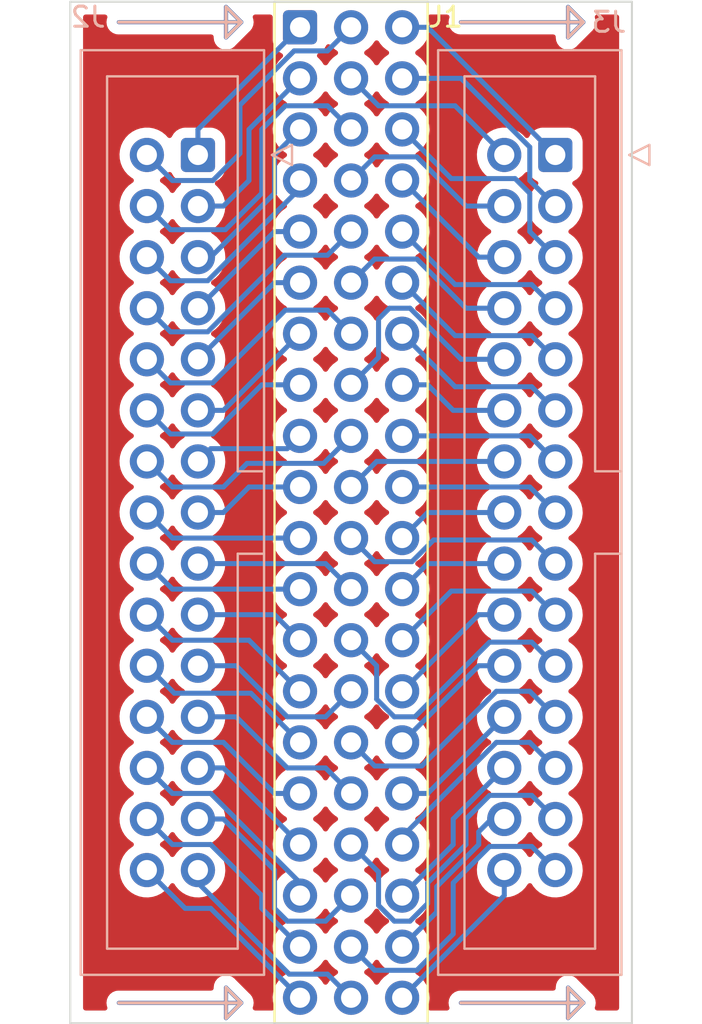
<source format=kicad_pcb>
(kicad_pcb (version 20211014) (generator pcbnew)
  (layers (0 "F.Cu" signal) (31 "B.Cu" signal) (34 "B.Paste" user) (35 "F.Paste" user) (36 "B.SilkS" user "B.Silkscreen") (37 "F.SilkS" user "F.Silkscreen") (38 "B.Mask" user) (39 "F.Mask" user) (44 "Edge.Cuts" user))
  (net 0 "")
  (net 1 "P1")
  (net 2 "P21")
  (net 3 "P22")
  (net 4 "P42")
  (net 5 "P43")
  (net 6 "P4")
  (net 7 "P5")
  (net 8 "P25")
  (net 9 "P26")
  (net 10 "P46")
  (net 11 "P47")
  (net 12 "P8")
  (net 13 "P9")
  (net 14 "P29")
  (net 15 "P30")
  (net 16 "P31")
  (net 17 "P32")
  (net 18 "P12")
  (net 19 "P13")
  (net 20 "P54")
  (net 21 "P55")
  (net 22 "P35")
  (net 23 "P36")
  (net 24 "P16")
  (net 25 "P17")
  (net 26 "P58")
  (net 27 "P59")
  (net 28 "P39")
  (net 29 "P40")
  (net 30 "P20")
  (net 31 "P41")
  (net 32 "P2")
  (net 33 "P3")
  (net 34 "P23")
  (net 35 "P24")
  (net 36 "P44")
  (net 37 "P45")
  (net 38 "P6")
  (net 39 "P7")
  (net 40 "P27")
  (net 41 "P28")
  (net 42 "P48")
  (net 43 "P49")
  (net 44 "P10")
  (net 45 "P50")
  (net 46 "P51")
  (net 47 "P11")
  (net 48 "P52")
  (net 49 "P53")
  (net 50 "P33")
  (net 51 "P34")
  (net 52 "P14")
  (net 53 "P15")
  (net 54 "P56")
  (net 55 "P57")
  (net 56 "P37")
  (net 57 "P38")
  (net 58 "P18")
  (net 59 "P19")
  (net 60 "P60")
  (footprint "Connectors:Conn_3x20_P2.54mm_Vertical" (layer "F.Cu") (at 107.95 52.07)
    (fp_text reference "J1" (at 7.239 -0.508) (layer "F.SilkS"))
    (fp_text value "Conn_03x20")
    (fp_line (start 6.35 -1.27) (end 6.35 49.53) (layer "F.SilkS") (width 0.12))
    (fp_line (start 6.35 49.53) (end -1.27 49.53) (layer "F.SilkS") (width 0.12))
    (fp_line (start -1.27 -1.27) (end 6.35 -1.27) (layer "F.SilkS") (width 0.12))
    (fp_line (start -1.27 49.53) (end -1.27 -1.27) (layer "F.SilkS") (width 0.12))
    (pad "1" thru_hole roundrect locked (at 0 0) (size 1.7 1.7) (drill 1) (layers *.Cu *.Mask) (roundrect_rratio 0.1470588235) (net 1 "P1"))
    (pad "2" thru_hole circle locked (at 0 2.54) (size 1.7 1.7) (drill 1) (layers *.Cu *.Mask) (net 32 "P2"))
    (pad "3" thru_hole circle locked (at 0 5.08) (size 1.7 1.7) (drill 1) (layers *.Cu *.Mask) (net 33 "P3"))
    (pad "4" thru_hole circle locked (at 0 7.62) (size 1.7 1.7) (drill 1) (layers *.Cu *.Mask) (net 6 "P4"))
    (pad "5" thru_hole circle locked (at 0 10.16) (size 1.7 1.7) (drill 1) (layers *.Cu *.Mask) (net 7 "P5"))
    (pad "6" thru_hole circle locked (at 0 12.7) (size 1.7 1.7) (drill 1) (layers *.Cu *.Mask) (net 38 "P6"))
    (pad "7" thru_hole circle locked (at 0 15.24) (size 1.7 1.7) (drill 1) (layers *.Cu *.Mask) (net 39 "P7"))
    (pad "8" thru_hole circle locked (at 0 17.78) (size 1.7 1.7) (drill 1) (layers *.Cu *.Mask) (net 12 "P8"))
    (pad "9" thru_hole circle locked (at 0 20.32) (size 1.7 1.7) (drill 1) (layers *.Cu *.Mask) (net 13 "P9"))
    (pad "10" thru_hole circle locked (at 0 22.86) (size 1.7 1.7) (drill 1) (layers *.Cu *.Mask) (net 44 "P10"))
    (pad "11" thru_hole circle locked (at 0 25.4) (size 1.7 1.7) (drill 1) (layers *.Cu *.Mask) (net 47 "P11"))
    (pad "12" thru_hole circle locked (at 0 27.94) (size 1.7 1.7) (drill 1) (layers *.Cu *.Mask) (net 18 "P12"))
    (pad "13" thru_hole circle locked (at 0 30.48) (size 1.7 1.7) (drill 1) (layers *.Cu *.Mask) (net 19 "P13"))
    (pad "14" thru_hole circle locked (at 0 33.02) (size 1.7 1.7) (drill 1) (layers *.Cu *.Mask) (net 52 "P14"))
    (pad "15" thru_hole circle locked (at 0 35.56) (size 1.7 1.7) (drill 1) (layers *.Cu *.Mask) (net 53 "P15"))
    (pad "16" thru_hole circle locked (at 0 38.1) (size 1.7 1.7) (drill 1) (layers *.Cu *.Mask) (net 24 "P16"))
    (pad "17" thru_hole circle locked (at 0 40.64) (size 1.7 1.7) (drill 1) (layers *.Cu *.Mask) (net 25 "P17"))
    (pad "18" thru_hole circle locked (at 0 43.18) (size 1.7 1.7) (drill 1) (layers *.Cu *.Mask) (net 58 "P18"))
    (pad "19" thru_hole circle locked (at 0 45.72) (size 1.7 1.7) (drill 1) (layers *.Cu *.Mask) (net 59 "P19"))
    (pad "20" thru_hole circle locked (at 0 48.26) (size 1.7 1.7) (drill 1) (layers *.Cu *.Mask) (net 30 "P20"))
    (pad "21" thru_hole circle locked (at 2.54 0) (size 1.7 1.7) (drill 1) (layers *.Cu *.Mask) (net 2 "P21"))
    (pad "22" thru_hole circle locked (at 2.54 2.54) (size 1.7 1.7) (drill 1) (layers *.Cu *.Mask) (net 3 "P22"))
    (pad "23" thru_hole circle locked (at 2.54 5.08) (size 1.7 1.7) (drill 1) (layers *.Cu *.Mask) (net 34 "P23"))
    (pad "24" thru_hole circle locked (at 2.54 7.62) (size 1.7 1.7) (drill 1) (layers *.Cu *.Mask) (net 35 "P24"))
    (pad "25" thru_hole circle locked (at 2.54 10.16) (size 1.7 1.7) (drill 1) (layers *.Cu *.Mask) (net 8 "P25"))
    (pad "26" thru_hole circle locked (at 2.54 12.7) (size 1.7 1.7) (drill 1) (layers *.Cu *.Mask) (net 9 "P26"))
    (pad "27" thru_hole circle locked (at 2.54 15.24) (size 1.7 1.7) (drill 1) (layers *.Cu *.Mask) (net 40 "P27"))
    (pad "28" thru_hole circle locked (at 2.54 17.78) (size 1.7 1.7) (drill 1) (layers *.Cu *.Mask) (net 41 "P28"))
    (pad "29" thru_hole circle locked (at 2.54 20.32) (size 1.7 1.7) (drill 1) (layers *.Cu *.Mask) (net 14 "P29"))
    (pad "30" thru_hole circle locked (at 2.54 22.86) (size 1.7 1.7) (drill 1) (layers *.Cu *.Mask) (net 15 "P30"))
    (pad "31" thru_hole circle locked (at 2.54 25.4) (size 1.7 1.7) (drill 1) (layers *.Cu *.Mask) (net 16 "P31"))
    (pad "32" thru_hole circle locked (at 2.54 27.94) (size 1.7 1.7) (drill 1) (layers *.Cu *.Mask) (net 17 "P32"))
    (pad "33" thru_hole circle locked (at 2.54 30.48) (size 1.7 1.7) (drill 1) (layers *.Cu *.Mask) (net 50 "P33"))
    (pad "34" thru_hole circle locked (at 2.54 33.02) (size 1.7 1.7) (drill 1) (layers *.Cu *.Mask) (net 51 "P34"))
    (pad "35" thru_hole circle locked (at 2.54 35.56) (size 1.7 1.7) (drill 1) (layers *.Cu *.Mask) (net 22 "P35"))
    (pad "36" thru_hole circle locked (at 2.54 38.1) (size 1.7 1.7) (drill 1) (layers *.Cu *.Mask) (net 23 "P36"))
    (pad "37" thru_hole circle locked (at 2.54 40.64) (size 1.7 1.7) (drill 1) (layers *.Cu *.Mask) (net 56 "P37"))
    (pad "38" thru_hole circle locked (at 2.54 43.18) (size 1.7 1.7) (drill 1) (layers *.Cu *.Mask) (net 57 "P38"))
    (pad "39" thru_hole circle locked (at 2.54 45.72) (size 1.7 1.7) (drill 1) (layers *.Cu *.Mask) (net 28 "P39"))
    (pad "40" thru_hole circle locked (at 2.54 48.26) (size 1.7 1.7) (drill 1) (layers *.Cu *.Mask) (net 29 "P40"))
    (pad "41" thru_hole circle locked (at 5.08 0) (size 1.7 1.7) (drill 1) (layers *.Cu *.Mask) (net 31 "P41"))
    (pad "42" thru_hole circle locked (at 5.08 2.54) (size 1.7 1.7) (drill 1) (layers *.Cu *.Mask) (net 4 "P42"))
    (pad "43" thru_hole circle locked (at 5.08 5.08) (size 1.7 1.7) (drill 1) (layers *.Cu *.Mask) (net 5 "P43"))
    (pad "44" thru_hole circle locked (at 5.08 7.62) (size 1.7 1.7) (drill 1) (layers *.Cu *.Mask) (net 36 "P44"))
    (pad "45" thru_hole circle locked (at 5.08 10.16) (size 1.7 1.7) (drill 1) (layers *.Cu *.Mask) (net 37 "P45"))
    (pad "46" thru_hole circle locked (at 5.08 12.7) (size 1.7 1.7) (drill 1) (layers *.Cu *.Mask) (net 10 "P46"))
    (pad "47" thru_hole circle locked (at 5.08 15.24) (size 1.7 1.7) (drill 1) (layers *.Cu *.Mask) (net 11 "P47"))
    (pad "48" thru_hole circle locked (at 5.08 17.78) (size 1.7 1.7) (drill 1) (layers *.Cu *.Mask) (net 42 "P48"))
    (pad "49" thru_hole circle locked (at 5.08 20.32) (size 1.7 1.7) (drill 1) (layers *.Cu *.Mask) (net 43 "P49"))
    (pad "50" thru_hole circle locked (at 5.08 22.86) (size 1.7 1.7) (drill 1) (layers *.Cu *.Mask) (net 45 "P50"))
    (pad "51" thru_hole circle locked (at 5.08 25.4) (size 1.7 1.7) (drill 1) (layers *.Cu *.Mask) (net 46 "P51"))
    (pad "52" thru_hole circle locked (at 5.08 27.94) (size 1.7 1.7) (drill 1) (layers *.Cu *.Mask) (net 48 "P52"))
    (pad "53" thru_hole circle locked (at 5.08 30.48) (size 1.7 1.7) (drill 1) (layers *.Cu *.Mask) (net 49 "P53"))
    (pad "54" thru_hole circle locked (at 5.08 33.02) (size 1.7 1.7) (drill 1) (layers *.Cu *.Mask) (net 20 "P54"))
    (pad "55" thru_hole circle locked (at 5.08 35.56) (size 1.7 1.7) (drill 1) (layers *.Cu *.Mask) (net 21 "P55"))
    (pad "56" thru_hole circle locked (at 5.08 38.1) (size 1.7 1.7) (drill 1) (layers *.Cu *.Mask) (net 54 "P56"))
    (pad "57" thru_hole circle locked (at 5.08 40.64) (size 1.7 1.7) (drill 1) (layers *.Cu *.Mask) (net 55 "P57"))
    (pad "58" thru_hole circle locked (at 5.08 43.18) (size 1.7 1.7) (drill 1) (layers *.Cu *.Mask) (net 26 "P58"))
    (pad "59" thru_hole circle locked (at 5.08 45.72) (size 1.7 1.7) (drill 1) (layers *.Cu *.Mask) (net 27 "P59"))
    (pad "60" thru_hole circle locked (at 5.08 48.26) (size 1.7 1.7) (drill 1) (layers *.Cu *.Mask) (net 60 "P60"))
  )
  (footprint "Connector_IDC:IDC-Header_2x15_P2.54mm_Vertical" (layer "B.Cu") (at 120.65 58.42 180)
    (fp_text reference "J3" (at -2.667 6.604) (layer "B.SilkS") (effects (justify mirror)))
    (fp_text value "Conn_02x15_Odd_Even")
    (fp_line (start 4.52 3.91) (end 4.52 -39.47) (layer "B.SilkS") (width 0.12))
    (fp_line (start -1.98 -19.83) (end -3.29 -19.83) (layer "B.SilkS") (width 0.12))
    (fp_line (start -3.29 5.21) (end 5.83 5.21) (layer "B.SilkS") (width 0.12))
    (fp_line (start 5.83 -40.77) (end -3.29 -40.77) (layer "B.SilkS") (width 0.12))
    (fp_line (start -3.29 -15.73) (end -1.98 -15.73) (layer "B.SilkS") (width 0.12))
    (fp_line (start 4.52 -39.47) (end -1.98 -39.47) (layer "B.SilkS") (width 0.12))
    (fp_line (start -4.68 0.5) (end -4.68 -0.5) (layer "B.SilkS") (width 0.12))
    (fp_line (start -3.68 0) (end -4.68 0.5) (layer "B.SilkS") (width 0.12))
    (fp_line (start -3.29 -40.77) (end -3.29 5.21) (layer "B.SilkS") (width 0.12))
    (fp_line (start -1.98 -39.47) (end -1.98 -19.83) (layer "B.SilkS") (width 0.12))
    (fp_line (start 5.83 5.21) (end 5.83 -40.77) (layer "B.SilkS") (width 0.12))
    (fp_line (start -4.68 -0.5) (end -3.68 0) (layer "B.SilkS") (width 0.12))
    (fp_line (start -1.98 -15.73) (end -1.98 3.91) (layer "B.SilkS") (width 0.12))
    (fp_line (start -1.98 -19.83) (end -1.98 -19.83) (layer "B.SilkS") (width 0.12))
    (fp_line (start -1.98 3.91) (end 4.52 3.91) (layer "B.SilkS") (width 0.12))
    (pad "1" thru_hole roundrect (at 0 0 180) (size 1.7 1.7) (drill 1) (layers *.Cu *.Mask) (roundrect_rratio 0.1470588235) (net 31 "P41"))
    (pad "2" thru_hole circle (at 2.54 0 180) (size 1.7 1.7) (drill 1) (layers *.Cu *.Mask) (net 3 "P22"))
    (pad "3" thru_hole circle (at 0 -2.54 180) (size 1.7 1.7) (drill 1) (layers *.Cu *.Mask) (net 4 "P42"))
    (pad "4" thru_hole circle (at 2.54 -2.54 180) (size 1.7 1.7) (drill 1) (layers *.Cu *.Mask) (net 35 "P24"))
    (pad "5" thru_hole circle (at 0 -5.08 180) (size 1.7 1.7) (drill 1) (layers *.Cu *.Mask) (net 5 "P43"))
    (pad "6" thru_hole circle (at 2.54 -5.08 180) (size 1.7 1.7) (drill 1) (layers *.Cu *.Mask) (net 36 "P44"))
    (pad "7" thru_hole circle (at 0 -7.62 180) (size 1.7 1.7) (drill 1) (layers *.Cu *.Mask) (net 37 "P45"))
    (pad "8" thru_hole circle (at 2.54 -7.62 180) (size 1.7 1.7) (drill 1) (layers *.Cu *.Mask) (net 9 "P26"))
    (pad "9" thru_hole circle (at 0 -10.16 180) (size 1.7 1.7) (drill 1) (layers *.Cu *.Mask) (net 10 "P46"))
    (pad "10" thru_hole circle (at 2.54 -10.16 180) (size 1.7 1.7) (drill 1) (layers *.Cu *.Mask) (net 41 "P28"))
    (pad "11" thru_hole circle (at 0 -12.7 180) (size 1.7 1.7) (drill 1) (layers *.Cu *.Mask) (net 11 "P47"))
    (pad "12" thru_hole circle (at 2.54 -12.7 180) (size 1.7 1.7) (drill 1) (layers *.Cu *.Mask) (net 42 "P48"))
    (pad "13" thru_hole circle (at 0 -15.24 180) (size 1.7 1.7) (drill 1) (layers *.Cu *.Mask) (net 43 "P49"))
    (pad "14" thru_hole circle (at 2.54 -15.24 180) (size 1.7 1.7) (drill 1) (layers *.Cu *.Mask) (net 15 "P30"))
    (pad "15" thru_hole circle (at 0 -17.78 180) (size 1.7 1.7) (drill 1) (layers *.Cu *.Mask) (net 45 "P50"))
    (pad "16" thru_hole circle (at 2.54 -17.78 180) (size 1.7 1.7) (drill 1) (layers *.Cu *.Mask) (net 46 "P51"))
    (pad "17" thru_hole circle (at 0 -20.32 180) (size 1.7 1.7) (drill 1) (layers *.Cu *.Mask) (net 16 "P31"))
    (pad "18" thru_hole circle (at 2.54 -20.32 180) (size 1.7 1.7) (drill 1) (layers *.Cu *.Mask) (net 48 "P52"))
    (pad "19" thru_hole circle (at 0 -22.86 180) (size 1.7 1.7) (drill 1) (layers *.Cu *.Mask) (net 49 "P53"))
    (pad "20" thru_hole circle (at 2.54 -22.86 180) (size 1.7 1.7) (drill 1) (layers *.Cu *.Mask) (net 20 "P54"))
    (pad "21" thru_hole circle (at 0 -25.4 180) (size 1.7 1.7) (drill 1) (layers *.Cu *.Mask) (net 50 "P33"))
    (pad "22" thru_hole circle (at 2.54 -25.4 180) (size 1.7 1.7) (drill 1) (layers *.Cu *.Mask) (net 21 "P55"))
    (pad "23" thru_hole circle (at 0 -27.94 180) (size 1.7 1.7) (drill 1) (layers *.Cu *.Mask) (net 22 "P35"))
    (pad "24" thru_hole circle (at 2.54 -27.94 180) (size 1.7 1.7) (drill 1) (layers *.Cu *.Mask) (net 54 "P56"))
    (pad "25" thru_hole circle (at 0 -30.48 180) (size 1.7 1.7) (drill 1) (layers *.Cu *.Mask) (net 55 "P57"))
    (pad "26" thru_hole circle (at 2.54 -30.48 180) (size 1.7 1.7) (drill 1) (layers *.Cu *.Mask) (net 26 "P58"))
    (pad "27" thru_hole circle (at 0 -33.02 180) (size 1.7 1.7) (drill 1) (layers *.Cu *.Mask) (net 56 "P37"))
    (pad "28" thru_hole circle (at 2.54 -33.02 180) (size 1.7 1.7) (drill 1) (layers *.Cu *.Mask) (net 27 "P59"))
    (pad "29" thru_hole circle (at 0 -35.56 180) (size 1.7 1.7) (drill 1) (layers *.Cu *.Mask) (net 28 "P39"))
    (pad "30" thru_hole circle (at 2.54 -35.56 180) (size 1.7 1.7) (drill 1) (layers *.Cu *.Mask) (net 60 "P60"))
  )
  (footprint "Connector_IDC:IDC-Header_2x15_P2.54mm_Vertical" (layer "B.Cu") (at 102.87 58.42 180)
    (fp_text reference "J2" (at 5.461 6.858) (layer "B.SilkS") (effects (justify mirror)))
    (fp_text value "Conn_02x15_Odd_Even")
    (fp_line (start -4.68 0.5) (end -4.68 -0.5) (layer "B.SilkS") (width 0.12))
    (fp_line (start 5.83 -40.77) (end -3.29 -40.77) (layer "B.SilkS") (width 0.12))
    (fp_line (start -3.29 -40.77) (end -3.29 5.21) (layer "B.SilkS") (width 0.12))
    (fp_line (start -1.98 -19.83) (end -3.29 -19.83) (layer "B.SilkS") (width 0.12))
    (fp_line (start 4.52 3.91) (end 4.52 -39.47) (layer "B.SilkS") (width 0.12))
    (fp_line (start -4.68 -0.5) (end -3.68 0) (layer "B.SilkS") (width 0.12))
    (fp_line (start -1.98 -15.73) (end -1.98 3.91) (layer "B.SilkS") (width 0.12))
    (fp_line (start -1.98 3.91) (end 4.52 3.91) (layer "B.SilkS") (width 0.12))
    (fp_line (start -3.68 0) (end -4.68 0.5) (layer "B.SilkS") (width 0.12))
    (fp_line (start 5.83 5.21) (end 5.83 -40.77) (layer "B.SilkS") (width 0.12))
    (fp_line (start -3.29 -15.73) (end -1.98 -15.73) (layer "B.SilkS") (width 0.12))
    (fp_line (start 4.52 -39.47) (end -1.98 -39.47) (layer "B.SilkS") (width 0.12))
    (fp_line (start -3.29 5.21) (end 5.83 5.21) (layer "B.SilkS") (width 0.12))
    (fp_line (start -1.98 -19.83) (end -1.98 -19.83) (layer "B.SilkS") (width 0.12))
    (fp_line (start -1.98 -39.47) (end -1.98 -19.83) (layer "B.SilkS") (width 0.12))
    (pad "1" thru_hole roundrect (at 0 0 180) (size 1.7 1.7) (drill 1) (layers *.Cu *.Mask) (roundrect_rratio 0.1470588235) (net 1 "P1"))
    (pad "2" thru_hole circle (at 2.54 0 180) (size 1.7 1.7) (drill 1) (layers *.Cu *.Mask) (net 2 "P21"))
    (pad "3" thru_hole circle (at 0 -2.54 180) (size 1.7 1.7) (drill 1) (layers *.Cu *.Mask) (net 32 "P2"))
    (pad "4" thru_hole circle (at 2.54 -2.54 180) (size 1.7 1.7) (drill 1) (layers *.Cu *.Mask) (net 34 "P23"))
    (pad "5" thru_hole circle (at 0 -5.08 180) (size 1.7 1.7) (drill 1) (layers *.Cu *.Mask) (net 33 "P3"))
    (pad "6" thru_hole circle (at 2.54 -5.08 180) (size 1.7 1.7) (drill 1) (layers *.Cu *.Mask) (net 6 "P4"))
    (pad "7" thru_hole circle (at 0 -7.62 180) (size 1.7 1.7) (drill 1) (layers *.Cu *.Mask) (net 7 "P5"))
    (pad "8" thru_hole circle (at 2.54 -7.62 180) (size 1.7 1.7) (drill 1) (layers *.Cu *.Mask) (net 8 "P25"))
    (pad "9" thru_hole circle (at 0 -10.16 180) (size 1.7 1.7) (drill 1) (layers *.Cu *.Mask) (net 38 "P6"))
    (pad "10" thru_hole circle (at 2.54 -10.16 180) (size 1.7 1.7) (drill 1) (layers *.Cu *.Mask) (net 40 "P27"))
    (pad "11" thru_hole circle (at 0 -12.7 180) (size 1.7 1.7) (drill 1) (layers *.Cu *.Mask) (net 39 "P7"))
    (pad "12" thru_hole circle (at 2.54 -12.7 180) (size 1.7 1.7) (drill 1) (layers *.Cu *.Mask) (net 12 "P8"))
    (pad "13" thru_hole circle (at 0 -15.24 180) (size 1.7 1.7) (drill 1) (layers *.Cu *.Mask) (net 13 "P9"))
    (pad "14" thru_hole circle (at 2.54 -15.24 180) (size 1.7 1.7) (drill 1) (layers *.Cu *.Mask) (net 14 "P29"))
    (pad "15" thru_hole circle (at 0 -17.78 180) (size 1.7 1.7) (drill 1) (layers *.Cu *.Mask) (net 44 "P10"))
    (pad "16" thru_hole circle (at 2.54 -17.78 180) (size 1.7 1.7) (drill 1) (layers *.Cu *.Mask) (net 47 "P11"))
    (pad "17" thru_hole circle (at 0 -20.32 180) (size 1.7 1.7) (drill 1) (layers *.Cu *.Mask) (net 17 "P32"))
    (pad "18" thru_hole circle (at 2.54 -20.32 180) (size 1.7 1.7) (drill 1) (layers *.Cu *.Mask) (net 18 "P12"))
    (pad "19" thru_hole circle (at 0 -22.86 180) (size 1.7 1.7) (drill 1) (layers *.Cu *.Mask) (net 19 "P13"))
    (pad "20" thru_hole circle (at 2.54 -22.86 180) (size 1.7 1.7) (drill 1) (layers *.Cu *.Mask) (net 52 "P14"))
    (pad "21" thru_hole circle (at 0 -25.4 180) (size 1.7 1.7) (drill 1) (layers *.Cu *.Mask) (net 51 "P34"))
    (pad "22" thru_hole circle (at 2.54 -25.4 180) (size 1.7 1.7) (drill 1) (layers *.Cu *.Mask) (net 53 "P15"))
    (pad "23" thru_hole circle (at 0 -27.94 180) (size 1.7 1.7) (drill 1) (layers *.Cu *.Mask) (net 23 "P36"))
    (pad "24" thru_hole circle (at 2.54 -27.94 180) (size 1.7 1.7) (drill 1) (layers *.Cu *.Mask) (net 24 "P16"))
    (pad "25" thru_hole circle (at 0 -30.48 180) (size 1.7 1.7) (drill 1) (layers *.Cu *.Mask) (net 25 "P17"))
    (pad "26" thru_hole circle (at 2.54 -30.48 180) (size 1.7 1.7) (drill 1) (layers *.Cu *.Mask) (net 58 "P18"))
    (pad "27" thru_hole circle (at 0 -33.02 180) (size 1.7 1.7) (drill 1) (layers *.Cu *.Mask) (net 57 "P38"))
    (pad "28" thru_hole circle (at 2.54 -33.02 180) (size 1.7 1.7) (drill 1) (layers *.Cu *.Mask) (net 59 "P19"))
    (pad "29" thru_hole circle (at 0 -35.56 180) (size 1.7 1.7) (drill 1) (layers *.Cu *.Mask) (net 29 "P40"))
    (pad "30" thru_hole circle (at 2.54 -35.56 180) (size 1.7 1.7) (drill 1) (layers *.Cu *.Mask) (net 30 "P20"))
  )
  (gr_line (start 122.047 51.816) (end 121.285 51.054) (layer "F.Cu") (width 0.2))
  (gr_line (start 105.029 51.816) (end 104.267 51.054) (layer "F.Cu") (width 0.2))
  (gr_line (start 121.285 51.054) (end 121.285 52.578) (layer "F.Cu") (width 0.2))
  (gr_line (start 122.047 100.584) (end 121.285 99.822) (layer "F.Cu") (width 0.2))
  (gr_line (start 104.267 51.054) (end 104.267 52.578) (layer "F.Cu") (width 0.2))
  (gr_line (start 105.029 100.584) (end 104.267 99.822) (layer "F.Cu") (width 0.2))
  (gr_line (start 115.951 100.584) (end 122.047 100.584) (layer "F.Cu") (width 0.2))
  (gr_line (start 98.933 100.584) (end 105.029 100.584) (layer "F.Cu") (width 0.2))
  (gr_line (start 98.933 51.816) (end 105.029 51.816) (layer "F.Cu") (width 0.2))
  (gr_line (start 104.267 99.822) (end 104.267 101.346) (layer "F.Cu") (width 0.2))
  (gr_line (start 121.285 99.822) (end 121.285 101.346) (layer "F.Cu") (width 0.2))
  (gr_line (start 104.267 52.578) (end 105.029 51.816) (layer "F.Cu") (width 0.2))
  (gr_line (start 121.285 52.578) (end 122.047 51.816) (layer "F.Cu") (width 0.2))
  (gr_line (start 121.285 101.346) (end 122.047 100.584) (layer "F.Cu") (width 0.2))
  (gr_line (start 115.951 51.816) (end 122.047 51.816) (layer "F.Cu") (width 0.2))
  (gr_line (start 104.267 101.346) (end 105.029 100.584) (layer "F.Cu") (width 0.2))
  (gr_line (start 104.267 99.822) (end 104.267 101.346) (layer "B.Cu") (width 0.2))
  (gr_line (start 121.285 99.822) (end 121.285 101.346) (layer "B.Cu") (width 0.2))
  (gr_line (start 105.029 51.816) (end 98.933 51.816) (layer "B.Cu") (width 0.2))
  (gr_line (start 122.047 100.584) (end 121.285 99.822) (layer "B.Cu") (width 0.2))
  (gr_line (start 122.047 51.816) (end 115.951 51.816) (layer "B.Cu") (width 0.2))
  (gr_line (start 105.029 100.584) (end 104.267 99.822) (layer "B.Cu") (width 0.2))
  (gr_line (start 122.047 100.584) (end 115.951 100.584) (layer "B.Cu") (width 0.2))
  (gr_line (start 121.285 51.054) (end 121.285 52.578) (layer "B.Cu") (width 0.2))
  (gr_line (start 104.267 101.346) (end 105.029 100.584) (layer "B.Cu") (width 0.2))
  (gr_line (start 105.029 51.816) (end 104.267 51.054) (layer "B.Cu") (width 0.2))
  (gr_line (start 122.047 51.816) (end 121.285 51.054) (layer "B.Cu") (width 0.2))
  (gr_line (start 105.029 100.584) (end 98.933 100.584) (layer "B.Cu") (width 0.2))
  (gr_line (start 104.267 52.578) (end 105.029 51.816) (layer "B.Cu") (width 0.2))
  (gr_line (start 104.267 51.054) (end 104.267 52.578) (layer "B.Cu") (width 0.2))
  (gr_line (start 121.285 101.346) (end 122.047 100.584) (layer "B.Cu") (width 0.2))
  (gr_line (start 121.285 52.578) (end 122.047 51.816) (layer "B.Cu") (width 0.2))
  (gr_line (start 105.029 100.584) (end 98.933 100.584) (layer "B.SilkS") (width 0.15))
  (gr_line (start 104.267 52.578) (end 105.029 51.816) (layer "B.SilkS") (width 0.15))
  (gr_line (start 122.047 51.816) (end 115.951 51.816) (layer "B.SilkS") (width 0.15))
  (gr_line (start 121.285 51.054) (end 121.285 52.578) (layer "B.SilkS") (width 0.15))
  (gr_line (start 121.285 99.822) (end 121.285 101.346) (layer "B.SilkS") (width 0.15))
  (gr_line (start 105.029 100.584) (end 104.267 99.822) (layer "B.SilkS") (width 0.15))
  (gr_line (start 105.029 51.816) (end 98.933 51.816) (layer "B.SilkS") (width 0.15))
  (gr_line (start 122.047 51.816) (end 121.285 51.054) (layer "B.SilkS") (width 0.15))
  (gr_line (start 104.267 101.346) (end 105.029 100.584) (layer "B.SilkS") (width 0.15))
  (gr_line (start 104.267 51.054) (end 104.267 52.578) (layer "B.SilkS") (width 0.15))
  (gr_line (start 122.047 100.584) (end 121.285 99.822) (layer "B.SilkS") (width 0.15))
  (gr_line (start 105.029 51.816) (end 104.267 51.054) (layer "B.SilkS") (width 0.15))
  (gr_line (start 104.267 99.822) (end 104.267 101.346) (layer "B.SilkS") (width 0.15))
  (gr_line (start 121.285 52.578) (end 122.047 51.816) (layer "B.SilkS") (width 0.15))
  (gr_line (start 121.285 101.346) (end 122.047 100.584) (layer "B.SilkS") (width 0.15))
  (gr_line (start 122.047 100.584) (end 115.951 100.584) (layer "B.SilkS") (width 0.15))
  (gr_line (start 121.285 101.346) (end 122.047 100.584) (layer "F.SilkS") (width 0.15))
  (gr_line (start 98.933 51.816) (end 105.029 51.816) (layer "F.SilkS") (width 0.15))
  (gr_line (start 104.267 101.346) (end 105.029 100.584) (layer "F.SilkS") (width 0.15))
  (gr_line (start 98.933 100.584) (end 105.029 100.584) (layer "F.SilkS") (width 0.15))
  (gr_line (start 104.267 99.822) (end 104.267 101.346) (layer "F.SilkS") (width 0.15))
  (gr_line (start 122.047 51.816) (end 121.285 51.054) (layer "F.SilkS") (width 0.15))
  (gr_line (start 121.285 52.578) (end 122.047 51.816) (layer "F.SilkS") (width 0.15))
  (gr_line (start 122.047 100.584) (end 121.285 99.822) (layer "F.SilkS") (width 0.15))
  (gr_line (start 105.029 100.584) (end 104.267 99.822) (layer "F.SilkS") (width 0.15))
  (gr_line (start 121.285 51.054) (end 121.285 52.578) (layer "F.SilkS") (width 0.15))
  (gr_line (start 104.267 51.054) (end 104.267 52.578) (layer "F.SilkS") (width 0.15))
  (gr_line (start 115.951 51.816) (end 122.047 51.816) (layer "F.SilkS") (width 0.15))
  (gr_line (start 115.951 100.584) (end 122.047 100.584) (layer "F.SilkS") (width 0.15))
  (gr_line (start 121.285 99.822) (end 121.285 101.346) (layer "F.SilkS") (width 0.15))
  (gr_line (start 105.029 51.816) (end 104.267 51.054) (layer "F.SilkS") (width 0.15))
  (gr_line (start 104.267 52.578) (end 105.029 51.816) (layer "F.SilkS") (width 0.15))
  (gr_line (start 96.52 50.8) (end 124.46 50.8) (layer "Edge.Cuts") (width 0.1))
  (gr_line (start 124.46 101.6) (end 96.52 101.6) (layer "Edge.Cuts") (width 0.1))
  (gr_line (start 96.52 101.6) (end 96.52 50.8) (layer "Edge.Cuts") (width 0.1))
  (gr_line (start 124.46 50.8) (end 124.46 101.6) (layer "Edge.Cuts") (width 0.1))
  (segment (start 107.95 52.07) (end 102.87 57.15) (width 0.25) (layer "B.Cu") (net 1))
  (segment (start 102.87 57.15) (end 102.87 58.42) (width 0.25) (layer "B.Cu") (net 1))
  (segment (start 107.65447 53.24452) (end 109.31548 53.24452) (width 0.25) (layer "B.Cu") (net 2))
  (segment (start 103.612493 59.69) (end 104.96048 58.342013) (width 0.25) (layer "B.Cu") (net 2))
  (segment (start 101.6 59.69) (end 103.612493 59.69) (width 0.25) (layer "B.Cu") (net 2))
  (segment (start 100.33 58.42) (end 101.6 59.69) (width 0.25) (layer "B.Cu") (net 2))
  (segment (start 104.96048 55.93851) (end 107.65447 53.24452) (width 0.25) (layer "B.Cu") (net 2))
  (segment (start 109.31548 53.24452) (end 110.49 52.07) (width 0.25) (layer "B.Cu") (net 2))
  (segment (start 104.96048 58.342013) (end 104.96048 55.93851) (width 0.25) (layer "B.Cu") (net 2))
  (segment (start 115.665489 55.975489) (end 118.11 58.42) (width 0.25) (layer "B.Cu") (net 3))
  (segment (start 111.855489 55.975489) (end 115.665489 55.975489) (width 0.25) (layer "B.Cu") (net 3))
  (segment (start 110.49 54.61) (end 111.855489 55.975489) (width 0.25) (layer "B.Cu") (net 3))
  (segment (start 115.96101 54.61) (end 119.38 58.02899) (width 0.25) (layer "B.Cu") (net 4))
  (segment (start 119.38 58.02899) (end 119.38 59.69) (width 0.25) (layer "B.Cu") (net 4))
  (segment (start 113.03 54.61) (end 115.96101 54.61) (width 0.25) (layer "B.Cu") (net 4))
  (segment (start 119.38 59.69) (end 120.65 60.96) (width 0.25) (layer "B.Cu") (net 4))
  (segment (start 119.38 62.23) (end 120.65 63.5) (width 0.25) (layer "B.Cu") (net 5))
  (segment (start 113.03 57.15) (end 115.474511 59.594511) (width 0.25) (layer "B.Cu") (net 5))
  (segment (start 119.38 60.325717) (end 119.38 62.23) (width 0.25) (layer "B.Cu") (net 5))
  (segment (start 118.648794 59.594511) (end 119.38 60.325717) (width 0.25) (layer "B.Cu") (net 5))
  (segment (start 115.474511 59.594511) (end 118.648794 59.594511) (width 0.25) (layer "B.Cu") (net 5))
  (segment (start 103.356499 64.674511) (end 101.504511 64.674511) (width 0.25) (layer "B.Cu") (net 6))
  (segment (start 107.95 60.08101) (end 103.356499 64.674511) (width 0.25) (layer "B.Cu") (net 6))
  (segment (start 101.504511 64.674511) (end 100.33 63.5) (width 0.25) (layer "B.Cu") (net 6))
  (segment (start 107.95 59.69) (end 107.95 60.08101) (width 0.25) (layer "B.Cu") (net 6))
  (segment (start 107.95 62.23) (end 106.68 62.23) (width 0.25) (layer "B.Cu") (net 7))
  (segment (start 106.68 62.23) (end 102.87 66.04) (width 0.25) (layer "B.Cu") (net 7))
  (segment (start 107.166499 63.404511) (end 103.356499 67.214511) (width 0.25) (layer "B.Cu") (net 8))
  (segment (start 103.356499 67.214511) (end 101.504511 67.214511) (width 0.25) (layer "B.Cu") (net 8))
  (segment (start 109.315489 63.404511) (end 107.166499 63.404511) (width 0.25) (layer "B.Cu") (net 8))
  (segment (start 101.504511 67.214511) (end 100.33 66.04) (width 0.25) (layer "B.Cu") (net 8))
  (segment (start 110.49 62.23) (end 109.315489 63.404511) (width 0.25) (layer "B.Cu") (net 8))
  (segment (start 110.49 64.77) (end 111.664511 63.595489) (width 0.25) (layer "B.Cu") (net 9))
  (segment (start 113.759771 63.595489) (end 116.204282 66.04) (width 0.25) (layer "B.Cu") (net 9))
  (segment (start 111.664511 63.595489) (end 113.759771 63.595489) (width 0.25) (layer "B.Cu") (net 9))
  (segment (start 116.204282 66.04) (end 118.11 66.04) (width 0.25) (layer "B.Cu") (net 9))
  (segment (start 119.475489 67.405489) (end 120.65 68.58) (width 0.25) (layer "B.Cu") (net 10))
  (segment (start 115.665489 67.405489) (end 119.475489 67.405489) (width 0.25) (layer "B.Cu") (net 10))
  (segment (start 113.03 64.77) (end 115.665489 67.405489) (width 0.25) (layer "B.Cu") (net 10))
  (segment (start 119.475489 69.945489) (end 120.65 71.12) (width 0.25) (layer "B.Cu") (net 11))
  (segment (start 115.665489 69.945489) (end 119.475489 69.945489) (width 0.25) (layer "B.Cu") (net 11))
  (segment (start 113.03 67.31) (end 115.665489 69.945489) (width 0.25) (layer "B.Cu") (net 11))
  (segment (start 101.504511 72.294511) (end 100.33 71.12) (width 0.25) (layer "B.Cu") (net 12))
  (segment (start 107.95 69.85) (end 106.045718 69.85) (width 0.25) (layer "B.Cu") (net 12))
  (segment (start 103.601207 72.294511) (end 101.504511 72.294511) (width 0.25) (layer "B.Cu") (net 12))
  (segment (start 106.045718 69.85) (end 103.601207 72.294511) (width 0.25) (layer "B.Cu") (net 12))
  (segment (start 103.505 73.025) (end 102.87 73.66) (width 0.25) (layer "B.Cu") (net 13))
  (segment (start 107.315 73.025) (end 103.505 73.025) (width 0.25) (layer "B.Cu") (net 13))
  (segment (start 107.95 72.39) (end 107.315 73.025) (width 0.25) (layer "B.Cu") (net 13))
  (segment (start 110.49 72.39) (end 109.124511 73.755489) (width 0.25) (layer "B.Cu") (net 14))
  (segment (start 104.14 74.93) (end 101.6 74.93) (width 0.25) (layer "B.Cu") (net 14))
  (segment (start 101.6 74.93) (end 100.33 73.66) (width 0.25) (layer "B.Cu") (net 14))
  (segment (start 109.124511 73.755489) (end 105.314511 73.755489) (width 0.25) (layer "B.Cu") (net 14))
  (segment (start 105.314511 73.755489) (end 104.14 74.93) (width 0.25) (layer "B.Cu") (net 14))
  (segment (start 111.76 73.66) (end 110.49 74.93) (width 0.25) (layer "B.Cu") (net 15))
  (segment (start 111.76 73.66) (end 118.11 73.66) (width 0.25) (layer "B.Cu") (net 15))
  (segment (start 113.516499 78.644511) (end 111.664511 78.644511) (width 0.25) (layer "B.Cu") (net 16))
  (segment (start 111.664511 78.644511) (end 110.49 77.47) (width 0.25) (layer "B.Cu") (net 16))
  (segment (start 119.475489 77.565489) (end 114.595521 77.565489) (width 0.25) (layer "B.Cu") (net 16))
  (segment (start 120.65 78.74) (end 119.475489 77.565489) (width 0.25) (layer "B.Cu") (net 16))
  (segment (start 114.595521 77.565489) (end 113.516499 78.644511) (width 0.25) (layer "B.Cu") (net 16))
  (segment (start 109.22 78.74) (end 102.87 78.74) (width 0.25) (layer "B.Cu") (net 17))
  (segment (start 110.49 80.01) (end 109.22 78.74) (width 0.25) (layer "B.Cu") (net 17))
  (segment (start 101.6 80.01) (end 100.33 78.74) (width 0.25) (layer "B.Cu") (net 18))
  (segment (start 107.95 80.01) (end 101.6 80.01) (width 0.25) (layer "B.Cu") (net 18))
  (segment (start 107.95 82.55) (end 106.68 81.28) (width 0.25) (layer "B.Cu") (net 19))
  (segment (start 106.68 81.28) (end 102.87 81.28) (width 0.25) (layer "B.Cu") (net 19))
  (segment (start 118.11 81.28) (end 116.84 81.28) (width 0.25) (layer "B.Cu") (net 20))
  (segment (start 116.84 81.28) (end 113.03 85.09) (width 0.25) (layer "B.Cu") (net 20))
  (segment (start 113.03 87.63) (end 116.84 83.82) (width 0.25) (layer "B.Cu") (net 21))
  (segment (start 116.84 83.82) (end 118.11 83.82) (width 0.25) (layer "B.Cu") (net 21))
  (segment (start 110.49 87.63) (end 111.664511 88.804511) (width 0.25) (layer "B.Cu") (net 22))
  (segment (start 114.004479 88.804511) (end 117.71899 85.09) (width 0.25) (layer "B.Cu") (net 22))
  (segment (start 119.38 85.09) (end 120.65 86.36) (width 0.25) (layer "B.Cu") (net 22))
  (segment (start 111.664511 88.804511) (end 114.004479 88.804511) (width 0.25) (layer "B.Cu") (net 22))
  (segment (start 117.71899 85.09) (end 119.38 85.09) (width 0.25) (layer "B.Cu") (net 22))
  (segment (start 110.49 90.17) (end 109.22 88.9) (width 0.25) (layer "B.Cu") (net 23))
  (segment (start 104.775 86.36) (end 102.87 86.36) (width 0.25) (layer "B.Cu") (net 23))
  (segment (start 107.315 88.9) (end 104.775 86.36) (width 0.25) (layer "B.Cu") (net 23))
  (segment (start 109.22 88.9) (end 107.315 88.9) (width 0.25) (layer "B.Cu") (net 23))
  (segment (start 101.6 87.63) (end 104.14 87.63) (width 0.25) (layer "B.Cu") (net 24))
  (segment (start 106.68 90.17) (end 107.95 90.17) (width 0.25) (layer "B.Cu") (net 24))
  (segment (start 104.14 87.63) (end 106.68 90.17) (width 0.25) (layer "B.Cu") (net 24))
  (segment (start 100.33 86.36) (end 101.6 87.63) (width 0.25) (layer "B.Cu") (net 24))
  (segment (start 107.95 92.71) (end 104.14 88.9) (width 0.25) (layer "B.Cu") (net 25))
  (segment (start 104.14 88.9) (end 102.87 88.9) (width 0.25) (layer "B.Cu") (net 25))
  (segment (start 115.57 92.71) (end 115.57 91.44) (width 0.25) (layer "B.Cu") (net 26))
  (segment (start 113.03 95.25) (end 115.57 92.71) (width 0.25) (layer "B.Cu") (net 26))
  (segment (start 115.57 91.44) (end 118.11 88.9) (width 0.25) (layer "B.Cu") (net 26))
  (segment (start 116.84 92.075) (end 117.475 91.44) (width 0.25) (layer "B.Cu") (net 27))
  (segment (start 114.749879 94.801557) (end 116.840718 92.710718) (width 0.25) (layer "B.Cu") (net 27))
  (segment (start 114.749879 96.070121) (end 114.749879 94.801557) (width 0.25) (layer "B.Cu") (net 27))
  (segment (start 116.84 92.71) (end 116.84 92.075) (width 0.25) (layer "B.Cu") (net 27))
  (segment (start 113.03 97.79) (end 114.749879 96.070121) (width 0.25) (layer "B.Cu") (net 27))
  (segment (start 116.840718 92.710718) (end 116.84 92.71) (width 0.25) (layer "B.Cu") (net 27))
  (segment (start 117.475 91.44) (end 118.11 91.44) (width 0.25) (layer "B.Cu") (net 27))
  (segment (start 117.381665 92.805489) (end 119.475489 92.805489) (width 0.25) (layer "B.Cu") (net 28))
  (segment (start 115.571077 94.616077) (end 117.381665 92.805489) (width 0.25) (layer "B.Cu") (net 28))
  (segment (start 111.664511 98.964511) (end 113.760489 98.964511) (width 0.25) (layer "B.Cu") (net 28))
  (segment (start 110.49 97.79) (end 111.664511 98.964511) (width 0.25) (layer "B.Cu") (net 28))
  (segment (start 115.571077 97.153923) (end 115.571077 94.616077) (width 0.25) (layer "B.Cu") (net 28))
  (segment (start 113.760489 98.964511) (end 115.571077 97.153923) (width 0.25) (layer "B.Cu") (net 28))
  (segment (start 119.475489 92.805489) (end 120.65 93.98) (width 0.25) (layer "B.Cu") (net 28))
  (segment (start 110.49 100.33) (end 109.315489 99.155489) (width 0.25) (layer "B.Cu") (net 29))
  (segment (start 102.87 94.615) (end 102.87 93.98) (width 0.25) (layer "B.Cu") (net 29))
  (segment (start 107.410489 99.155489) (end 102.87 94.615) (width 0.25) (layer "B.Cu") (net 29))
  (segment (start 109.315489 99.155489) (end 107.410489 99.155489) (width 0.25) (layer "B.Cu") (net 29))
  (segment (start 103.504283 95.885) (end 102.235 95.885) (width 0.25) (layer "B.Cu") (net 30))
  (segment (start 102.235 95.885) (end 100.33 93.98) (width 0.25) (layer "B.Cu") (net 30))
  (segment (start 107.95 100.33) (end 107.949283 100.33) (width 0.25) (layer "B.Cu") (net 30))
  (segment (start 107.949283 100.33) (end 103.504283 95.885) (width 0.25) (layer "B.Cu") (net 30))
  (segment (start 113.03 52.07) (end 114.3 52.07) (width 0.25) (layer "B.Cu") (net 31))
  (segment (start 114.3 52.07) (end 120.65 58.42) (width 0.25) (layer "B.Cu") (net 31))
  (segment (start 107.949282 54.61) (end 107.95 54.61) (width 0.25) (layer "B.Cu") (net 32))
  (segment (start 102.87 60.96) (end 104.14 60.96) (width 0.25) (layer "B.Cu") (net 32))
  (segment (start 104.14 60.96) (end 105.41 59.69) (width 0.25) (layer "B.Cu") (net 32))
  (segment (start 105.41 57.149282) (end 107.949282 54.61) (width 0.25) (layer "B.Cu") (net 32))
  (segment (start 105.41 59.69) (end 105.41 57.149282) (width 0.25) (layer "B.Cu") (net 32))
  (segment (start 106.68 60.325) (end 106.68 58.42) (width 0.25) (layer "B.Cu") (net 33))
  (segment (start 106.68 58.42) (end 107.95 57.15) (width 0.25) (layer "B.Cu") (net 33))
  (segment (start 102.87 63.5) (end 103.505 63.5) (width 0.25) (layer "B.Cu") (net 33))
  (segment (start 103.505 63.5) (end 106.68 60.325) (width 0.25) (layer "B.Cu") (net 33))
  (segment (start 104.234771 62.134511) (end 106.045 60.324282) (width 0.25) (layer "B.Cu") (net 34))
  (segment (start 106.045 57.15) (end 107.219511 55.975489) (width 0.25) (layer "B.Cu") (net 34))
  (segment (start 101.504511 62.134511) (end 104.234771 62.134511) (width 0.25) (layer "B.Cu") (net 34))
  (segment (start 109.315489 55.975489) (end 110.49 57.15) (width 0.25) (layer "B.Cu") (net 34))
  (segment (start 100.33 60.96) (end 101.504511 62.134511) (width 0.25) (layer "B.Cu") (net 34))
  (segment (start 106.045 60.324282) (end 106.045 57.15) (width 0.25) (layer "B.Cu") (net 34))
  (segment (start 107.219511 55.975489) (end 109.315489 55.975489) (width 0.25) (layer "B.Cu") (net 34))
  (segment (start 111.664511 58.515489) (end 113.759771 58.515489) (width 0.25) (layer "B.Cu") (net 35))
  (segment (start 116.204282 60.96) (end 118.11 60.96) (width 0.25) (layer "B.Cu") (net 35))
  (segment (start 113.759771 58.515489) (end 116.204282 60.96) (width 0.25) (layer "B.Cu") (net 35))
  (segment (start 110.49 59.69) (end 111.664511 58.515489) (width 0.25) (layer "B.Cu") (net 35))
  (segment (start 113.03 59.69) (end 116.84 63.5) (width 0.25) (layer "B.Cu") (net 36))
  (segment (start 116.84 63.5) (end 118.11 63.5) (width 0.25) (layer "B.Cu") (net 36))
  (segment (start 119.475489 64.865489) (end 120.65 66.04) (width 0.25) (layer "B.Cu") (net 37))
  (segment (start 113.03 62.23) (end 115.665489 64.865489) (width 0.25) (layer "B.Cu") (net 37))
  (segment (start 115.665489 64.865489) (end 119.475489 64.865489) (width 0.25) (layer "B.Cu") (net 37))
  (segment (start 107.95 64.77) (end 106.68 64.77) (width 0.25) (layer "B.Cu") (net 38))
  (segment (start 106.68 64.77) (end 102.87 68.58) (width 0.25) (layer "B.Cu") (net 38))
  (segment (start 107.95 67.31) (end 104.14 71.12) (width 0.25) (layer "B.Cu") (net 39))
  (segment (start 104.14 71.12) (end 102.87 71.12) (width 0.25) (layer "B.Cu") (net 39))
  (segment (start 109.315489 66.135489) (end 107.219511 66.135489) (width 0.25) (layer "B.Cu") (net 40))
  (segment (start 101.504511 69.754511) (end 100.33 68.58) (width 0.25) (layer "B.Cu") (net 40))
  (segment (start 110.49 67.31) (end 109.315489 66.135489) (width 0.25) (layer "B.Cu") (net 40))
  (segment (start 103.600489 69.754511) (end 101.504511 69.754511) (width 0.25) (layer "B.Cu") (net 40))
  (segment (start 107.219511 66.135489) (end 103.600489 69.754511) (width 0.25) (layer "B.Cu") (net 40))
  (segment (start 112.395 66.04) (end 113.42101 66.04) (width 0.25) (layer "B.Cu") (net 41))
  (segment (start 111.855489 68.484511) (end 111.855489 66.579511) (width 0.25) (layer "B.Cu") (net 41))
  (segment (start 110.49 69.85) (end 111.855489 68.484511) (width 0.25) (layer "B.Cu") (net 41))
  (segment (start 111.855489 66.579511) (end 112.395 66.04) (width 0.25) (layer "B.Cu") (net 41))
  (segment (start 115.96101 68.58) (end 118.11 68.58) (width 0.25) (layer "B.Cu") (net 41))
  (segment (start 113.42101 66.04) (end 115.96101 68.58) (width 0.25) (layer "B.Cu") (net 41))
  (segment (start 113.03 69.85) (end 114.3 69.85) (width 0.25) (layer "B.Cu") (net 42))
  (segment (start 114.3 69.85) (end 115.57 71.12) (width 0.25) (layer "B.Cu") (net 42))
  (segment (start 115.57 71.12) (end 118.11 71.12) (width 0.25) (layer "B.Cu") (net 42))
  (segment (start 119.38 72.39) (end 120.65 73.66) (width 0.25) (layer "B.Cu") (net 43))
  (segment (start 113.03 72.39) (end 119.38 72.39) (width 0.25) (layer "B.Cu") (net 43))
  (segment (start 104.14 76.2) (end 102.87 76.2) (width 0.25) (layer "B.Cu") (net 44))
  (segment (start 107.95 74.93) (end 105.41 74.93) (width 0.25) (layer "B.Cu") (net 44))
  (segment (start 105.41 74.93) (end 104.14 76.2) (width 0.25) (layer "B.Cu") (net 44))
  (segment (start 119.38 74.93) (end 120.65 76.2) (width 0.25) (layer "B.Cu") (net 45))
  (segment (start 113.03 74.93) (end 119.38 74.93) (width 0.25) (layer "B.Cu") (net 45))
  (segment (start 118.11 76.2) (end 114.3 76.2) (width 0.25) (layer "B.Cu") (net 46))
  (segment (start 114.3 76.2) (end 113.03 77.47) (width 0.25) (layer "B.Cu") (net 46))
  (segment (start 101.6 77.47) (end 100.33 76.2) (width 0.25) (layer "B.Cu") (net 47))
  (segment (start 107.95 77.47) (end 101.6 77.47) (width 0.25) (layer "B.Cu") (net 47))
  (segment (start 114.3 78.74) (end 113.03 80.01) (width 0.25) (layer "B.Cu") (net 48))
  (segment (start 118.11 78.74) (end 114.3 78.74) (width 0.25) (layer "B.Cu") (net 48))
  (segment (start 119.475489 80.105489) (end 115.474511 80.105489) (width 0.25) (layer "B.Cu") (net 49))
  (segment (start 115.474511 80.105489) (end 113.03 82.55) (width 0.25) (layer "B.Cu") (net 49))
  (segment (start 120.65 81.28) (end 119.475489 80.105489) (width 0.25) (layer "B.Cu") (net 49))
  (segment (start 113.664641 86.359641) (end 117.378793 82.645489) (width 0.25) (layer "B.Cu") (net 50))
  (segment (start 111.76 83.82) (end 111.76 85.48101) (width 0.25) (layer "B.Cu") (net 50))
  (segment (start 112.638631 86.359641) (end 113.664641 86.359641) (width 0.25) (layer "B.Cu") (net 50))
  (segment (start 111.76 85.48101) (end 112.638631 86.359641) (width 0.25) (layer "B.Cu") (net 50))
  (segment (start 110.49 82.55) (end 111.76 83.82) (width 0.25) (layer "B.Cu") (net 50))
  (segment (start 119.475489 82.645489) (end 120.65 83.82) (width 0.25) (layer "B.Cu") (net 50))
  (segment (start 117.378793 82.645489) (end 119.475489 82.645489) (width 0.25) (layer "B.Cu") (net 50))
  (segment (start 109.22 86.36) (end 107.315 86.36) (width 0.25) (layer "B.Cu") (net 51))
  (segment (start 104.775 83.82) (end 102.87 83.82) (width 0.25) (layer "B.Cu") (net 51))
  (segment (start 110.49 85.09) (end 109.22 86.36) (width 0.25) (layer "B.Cu") (net 51))
  (segment (start 107.315 86.36) (end 104.775 83.82) (width 0.25) (layer "B.Cu") (net 51))
  (segment (start 101.6 82.55) (end 100.33 81.28) (width 0.25) (layer "B.Cu") (net 52))
  (segment (start 105.41 82.55) (end 101.6 82.55) (width 0.25) (layer "B.Cu") (net 52))
  (segment (start 107.95 85.09) (end 105.41 82.55) (width 0.25) (layer "B.Cu") (net 52))
  (segment (start 101.695489 85.185489) (end 105.504771 85.185489) (width 0.25) (layer "B.Cu") (net 53))
  (segment (start 107.949282 87.63) (end 107.95 87.63) (width 0.25) (layer "B.Cu") (net 53))
  (segment (start 100.33 83.82) (end 101.695489 85.185489) (width 0.25) (layer "B.Cu") (net 53))
  (segment (start 105.504771 85.185489) (end 107.949282 87.63) (width 0.25) (layer "B.Cu") (net 53))
  (segment (start 114.3 90.17) (end 113.03 90.17) (width 0.25) (layer "B.Cu") (net 54))
  (segment (start 118.11 86.36) (end 114.3 90.17) (width 0.25) (layer "B.Cu") (net 54))
  (segment (start 117.71899 87.63) (end 119.38 87.63) (width 0.25) (layer "B.Cu") (net 55))
  (segment (start 113.03 92.71) (end 113.03 92.31899) (width 0.25) (layer "B.Cu") (net 55))
  (segment (start 119.38 87.63) (end 120.65 88.9) (width 0.25) (layer "B.Cu") (net 55))
  (segment (start 113.03 92.31899) (end 117.71899 87.63) (width 0.25) (layer "B.Cu") (net 55))
  (segment (start 113.42101 96.52) (end 114.300359 95.640651) (width 0.25) (layer "B.Cu") (net 56))
  (segment (start 117.380229 90.265489) (end 119.475489 90.265489) (width 0.25) (layer "B.Cu") (net 56))
  (segment (start 116.205359 91.440359) (end 117.380229 90.265489) (width 0.25) (layer "B.Cu") (net 56))
  (segment (start 111.855489 94.075489) (end 111.855489 95.736499) (width 0.25) (layer "B.Cu") (net 56))
  (segment (start 112.63899 96.52) (end 113.42101 96.52) (width 0.25) (layer "B.Cu") (net 56))
  (segment (start 114.300359 95.640651) (end 114.300359 94.615359) (width 0.25) (layer "B.Cu") (net 56))
  (segment (start 116.205359 92.710359) (end 116.205359 91.440359) (width 0.25) (layer "B.Cu") (net 56))
  (segment (start 119.475489 90.265489) (end 120.65 91.44) (width 0.25) (layer "B.Cu") (net 56))
  (segment (start 110.49 92.71) (end 111.855489 94.075489) (width 0.25) (layer "B.Cu") (net 56))
  (segment (start 111.855489 95.736499) (end 112.63899 96.52) (width 0.25) (layer "B.Cu") (net 56))
  (segment (start 114.300359 94.615359) (end 116.205359 92.710359) (width 0.25) (layer "B.Cu") (net 56))
  (segment (start 107.315 96.52) (end 109.22 96.52) (width 0.25) (layer "B.Cu") (net 57))
  (segment (start 109.22 96.52) (end 110.49 95.25) (width 0.25) (layer "B.Cu") (net 57))
  (segment (start 106.68 93.980718) (end 106.68 95.885) (width 0.25) (layer "B.Cu") (net 57))
  (segment (start 106.68 95.885) (end 107.315 96.52) (width 0.25) (layer "B.Cu") (net 57))
  (segment (start 104.139282 91.44) (end 106.68 93.980718) (width 0.25) (layer "B.Cu") (net 57))
  (segment (start 102.87 91.44) (end 104.139282 91.44) (width 0.25) (layer "B.Cu") (net 57))
  (segment (start 107.95 94.615) (end 107.95 95.25) (width 0.25) (layer "B.Cu") (net 58))
  (segment (start 103.505 90.17) (end 107.95 94.615) (width 0.25) (layer "B.Cu") (net 58))
  (segment (start 101.6 90.17) (end 103.505 90.17) (width 0.25) (layer "B.Cu") (net 58))
  (segment (start 100.33 88.9) (end 101.6 90.17) (width 0.25) (layer "B.Cu") (net 58))
  (segment (start 103.505 92.71) (end 106.045 95.25) (width 0.25) (layer "B.Cu") (net 59))
  (segment (start 106.045 95.885718) (end 107.949282 97.79) (width 0.25) (layer "B.Cu") (net 59))
  (segment (start 100.33 91.44) (end 101.6 92.71) (width 0.25) (layer "B.Cu") (net 59))
  (segment (start 107.949282 97.79) (end 107.95 97.79) (width 0.25) (layer "B.Cu") (net 59))
  (segment (start 101.6 92.71) (end 103.505 92.71) (width 0.25) (layer "B.Cu") (net 59))
  (segment (start 106.045 95.25) (end 106.045 95.885718) (width 0.25) (layer "B.Cu") (net 59))
  (segment (start 113.665 99.695) (end 113.665718 99.695) (width 0.25) (layer "B.Cu") (net 60))
  (segment (start 118.11 95.250718) (end 118.11 93.98) (width 0.25) (layer "B.Cu") (net 60))
  (segment (start 113.03 100.33) (end 113.665 99.695) (width 0.25) (layer "B.Cu") (net 60))
  (segment (start 113.665718 99.695) (end 118.11 95.250718) (width 0.25) (layer "B.Cu") (net 60))
  (zone (net 0) (net_name "") (layer "F.Cu") (connect_pads (clearance 0.508)) (min_thickness 0.254) (fill yes (thermal_gap 0.508) (thermal_bridge_width 0.508))
    (polygon (pts (xy 123.825 100.965) (xy 97.155 100.965) (xy 97.155 51.435) (xy 123.825 51.435)))
  )
)
</source>
